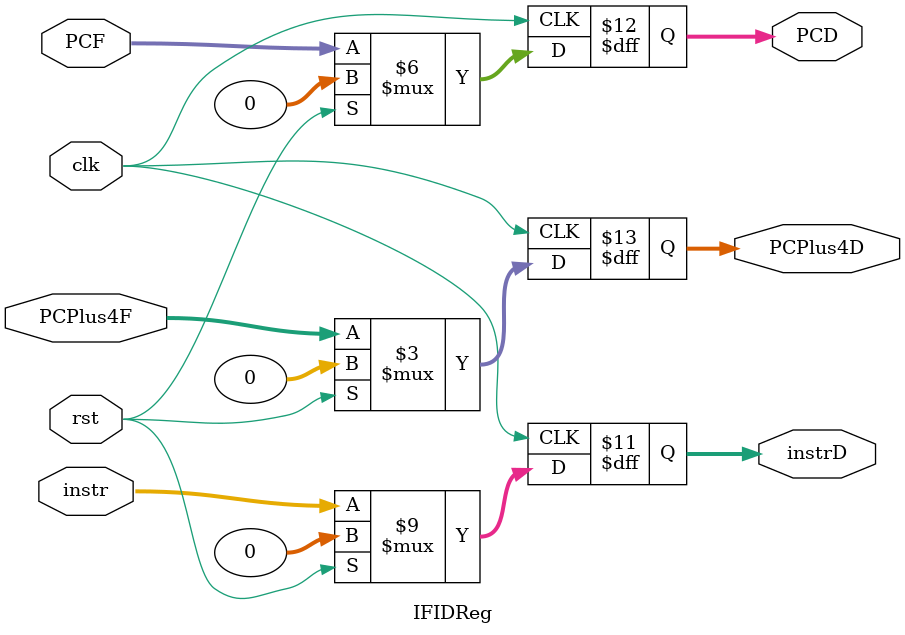
<source format=sv>
module IFIDReg #(
    parameter DATA_WIDTH = 32
)(
    input logic clk, 
    input logic rst,
    input logic [DATA_WIDTH-1:0] instr, // From Instruction Memory 
    input logic [DATA_WIDTH-1:0] PCF,  // From PC multiplexor
    input logic [DATA_WIDTH-1:0] PCPlus4F,
    //====Outputs==
    output logic [DATA_WIDTH-1:0] instrD, 
    output logic [DATA_WIDTH-1:0] PCD, 
    output logic [DATA_WIDTH-1:0] PCPlus4D
);
    always_ff @(posedge clk) begin
        if (rst) begin
            instrD <= 32'b0;
            PCD <= 32'b0;
            PCPlus4D <= 32'b0;
        end else begin
            instrD <= instr; // Current Instruction
            PCD <= PCF; //Current PC Counter
            PCPlus4D <= PCPlus4F; // Sequentially next PC Counter
        end
    end
endmodule

</source>
